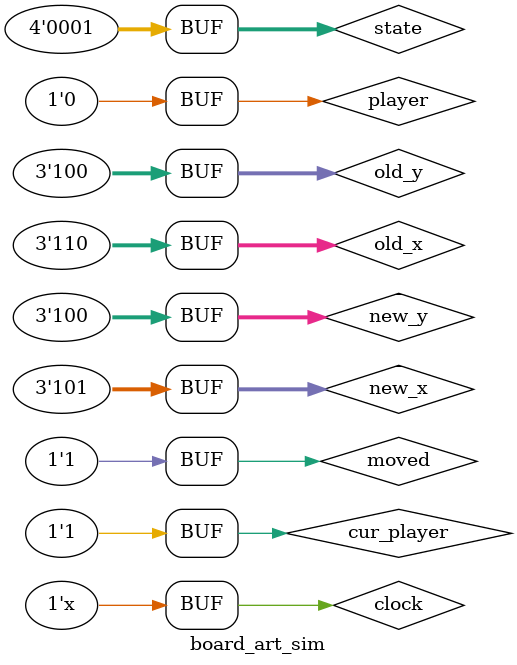
<source format=v>
`timescale 1ns / 1ps


module board_art_sim();
    reg clock = 0, player = 0, cur_player;
    wire [7:2] JA, JB;
    reg [2:0]old_x=0, old_y=0, new_x=0, new_y=0;
    reg [3:0] state;
    reg [12:0] pix_index;
    reg [63:0] avail_array;
    wire [15:2] oled_data;
    wire [2:0] cursor_x;
    wire [2:0] cursor_y;
    wire PS2Clk, PS2Data;
    reg moved = 0;
    
    board_art board_art_unit(
        clock, 1, cur_player,
        JA, JB,    
        old_x, old_y, new_x, new_y, 
        state, 
        pix_index,
        avail_array,
        oled_data,
        cursor_x, cursor_y,
        PS2Clk, PS2Data,
        2'b0, moved
        //output reg [15:0] led
    );
    
    initial begin
        #50 cur_player = 0;
        #50 state=1; old_x=6; old_y=2; new_x=4; new_y=2; moved = 1;
        
        #50 cur_player = 1;
        #50 moved = 0;
        #100 state=9; old_x=1; old_y=2; new_x=3; new_y=2; moved = 1;
        
        #50 cur_player = 0;
        #50 moved = 0;
        #100 state=1; old_x=6; old_y=4; new_x=5; new_y=4; moved = 1;
        
        #50 cur_player = 1;
        #50 moved = 1;
    end
    
    always begin
        #5 clock = ~ clock;
    end


endmodule

</source>
